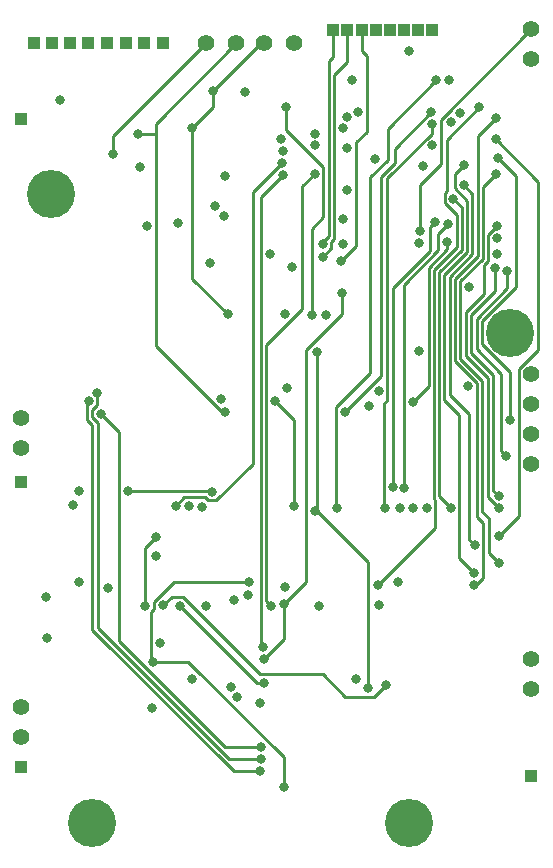
<source format=gbr>
G04 #@! TF.GenerationSoftware,KiCad,Pcbnew,5.0.2*
G04 #@! TF.CreationDate,2019-03-01T11:34:39+03:00*
G04 #@! TF.ProjectId,xmobile,786d6f62-696c-4652-9e6b-696361645f70,rev?*
G04 #@! TF.SameCoordinates,Original*
G04 #@! TF.FileFunction,Copper,L3,Inr*
G04 #@! TF.FilePolarity,Positive*
%FSLAX46Y46*%
G04 Gerber Fmt 4.6, Leading zero omitted, Abs format (unit mm)*
G04 Created by KiCad (PCBNEW 5.0.2) date Пт 01 мар 2019 11:34:39*
%MOMM*%
%LPD*%
G01*
G04 APERTURE LIST*
G04 #@! TA.AperFunction,ViaPad*
%ADD10C,1.400000*%
G04 #@! TD*
G04 #@! TA.AperFunction,ViaPad*
%ADD11C,4.064000*%
G04 #@! TD*
G04 #@! TA.AperFunction,ViaPad*
%ADD12R,1.000000X1.000000*%
G04 #@! TD*
G04 #@! TA.AperFunction,ViaPad*
%ADD13C,0.800000*%
G04 #@! TD*
G04 #@! TA.AperFunction,Conductor*
%ADD14C,0.250000*%
G04 #@! TD*
G04 APERTURE END LIST*
D10*
G04 #@! TO.N,/audio/AUDIO_MICP*
G04 #@! TO.C,W3*
X166568000Y-71064100D03*
G04 #@! TO.N,/audio/AUDIO_MICN*
X169108000Y-71064100D03*
G04 #@! TD*
D11*
G04 #@! TO.N,N/C*
G04 #@! TO.C,h3*
X148590000Y-83820000D03*
G04 #@! TD*
G04 #@! TO.N,N/C*
G04 #@! TO.C,h4*
X187401000Y-95554800D03*
G04 #@! TD*
G04 #@! TO.N,N/C*
G04 #@! TO.C,h2*
X178905000Y-137109000D03*
G04 #@! TD*
G04 #@! TO.N,N/C*
G04 #@! TO.C,H1*
X152044000Y-137109000D03*
G04 #@! TD*
D10*
G04 #@! TO.N,GND*
G04 #@! TO.C,J2*
X189230000Y-72390000D03*
G04 #@! TO.N,Net-(J2-Pad2)*
X189230000Y-69850000D03*
G04 #@! TD*
D12*
G04 #@! TO.N,Net-(J3-Pad1)*
G04 #@! TO.C,J3*
X158026000Y-71064100D03*
G04 #@! TD*
D10*
G04 #@! TO.N,GND*
G04 #@! TO.C,W1*
X189230000Y-106680000D03*
G04 #@! TO.N,3.3V*
X189230000Y-104140000D03*
G04 #@! TD*
G04 #@! TO.N,/PDI_D*
G04 #@! TO.C,W2*
X189230000Y-99060000D03*
G04 #@! TO.N,/PDI_C*
X189230000Y-101600000D03*
G04 #@! TD*
G04 #@! TO.N,/audio/AUDIO_SPKN*
G04 #@! TO.C,W4*
X161701000Y-71064100D03*
G04 #@! TO.N,/audio/AUDIO_SPKP*
X164241000Y-71064100D03*
G04 #@! TD*
D12*
G04 #@! TO.N,Net-(C21-Pad1)*
G04 #@! TO.C,W5*
X189230000Y-133119000D03*
G04 #@! TD*
G04 #@! TO.N,Net-(C22-Pad1)*
G04 #@! TO.C,W6*
X146050000Y-132326000D03*
G04 #@! TD*
D10*
G04 #@! TO.N,GND*
G04 #@! TO.C,W7*
X189230000Y-123190000D03*
G04 #@! TO.N,Net-(C23-Pad2)*
X189230000Y-125730000D03*
G04 #@! TD*
G04 #@! TO.N,Net-(C24-Pad2)*
G04 #@! TO.C,W8*
X146050000Y-129830000D03*
G04 #@! TO.N,GND*
X146050000Y-127290000D03*
G04 #@! TD*
D12*
G04 #@! TO.N,/GSM_RTS*
G04 #@! TO.C,W9*
X156461000Y-71064100D03*
G04 #@! TD*
G04 #@! TO.N,/GSM_DTR*
G04 #@! TO.C,W10*
X151722000Y-71064100D03*
G04 #@! TD*
G04 #@! TO.N,/GSM_CTS*
G04 #@! TO.C,W11*
X154879000Y-71064100D03*
G04 #@! TD*
G04 #@! TO.N,/GSM_DCD*
G04 #@! TO.C,W12*
X153294000Y-71064100D03*
G04 #@! TD*
G04 #@! TO.N,/GSM_RI*
G04 #@! TO.C,W13*
X150193000Y-71064100D03*
G04 #@! TD*
G04 #@! TO.N,Net-(U8-Pad20)*
G04 #@! TO.C,W14*
X146050000Y-108232000D03*
G04 #@! TD*
G04 #@! TO.N,/GSM_TXD*
G04 #@! TO.C,W15*
X148659000Y-71064100D03*
G04 #@! TD*
G04 #@! TO.N,/GSM_RXD*
G04 #@! TO.C,W16*
X147132000Y-71064100D03*
G04 #@! TD*
D10*
G04 #@! TO.N,GND*
G04 #@! TO.C,W17*
X146050000Y-105334000D03*
G04 #@! TO.N,Net-(U8-Pad28)*
X146050000Y-102794000D03*
G04 #@! TD*
D12*
G04 #@! TO.N,Net-(U8-Pad32)*
G04 #@! TO.C,W18*
X146050000Y-77470000D03*
G04 #@! TD*
G04 #@! TO.N,3.3V*
G04 #@! TO.C,J5*
X180850000Y-69950000D03*
G04 #@! TD*
G04 #@! TO.N,GND*
G04 #@! TO.C,J6*
X179650000Y-69950000D03*
G04 #@! TD*
G04 #@! TO.N,/EPD_DIN*
G04 #@! TO.C,J7*
X178450000Y-69950000D03*
G04 #@! TD*
G04 #@! TO.N,/EPD_CLK*
G04 #@! TO.C,J8*
X177250000Y-69950000D03*
G04 #@! TD*
G04 #@! TO.N,/EPD_CS*
G04 #@! TO.C,J9*
X176050000Y-69950000D03*
G04 #@! TD*
G04 #@! TO.N,/EPD_DC*
G04 #@! TO.C,J10*
X174850000Y-69950000D03*
G04 #@! TD*
G04 #@! TO.N,/EPD_RST*
G04 #@! TO.C,J11*
X173650000Y-69950000D03*
G04 #@! TD*
G04 #@! TO.N,/EPD_BUSY*
G04 #@! TO.C,J12*
X172450000Y-69950000D03*
G04 #@! TD*
D13*
G04 #@! TO.N,3.3V*
X183969600Y-91740100D03*
G04 #@! TO.N,GND*
X168330300Y-117068500D03*
X186352400Y-88899200D03*
X174046900Y-74147200D03*
X156691900Y-86522700D03*
X178897000Y-71750300D03*
G04 #@! TO.N,/audio/AUDIO_SPKP*
X155960900Y-78729900D03*
X163261000Y-102294700D03*
G04 #@! TO.N,/audio/AUDIO_SPKN*
X162942800Y-101144200D03*
X153829700Y-80475100D03*
G04 #@! TO.N,/audio/AUDIO_MICP*
X163523400Y-94027300D03*
X162280900Y-75120200D03*
X160527300Y-78203600D03*
G04 #@! TO.N,/audio/AUDIO_MICN*
X164938400Y-75186200D03*
G04 #@! TO.N,Net-(C32-Pad1)*
X173627800Y-83514500D03*
X162165300Y-109045300D03*
X155034200Y-108976000D03*
G04 #@! TO.N,Net-(C33-Pad1)*
X173591300Y-79965700D03*
X161353900Y-110301300D03*
G04 #@! TO.N,/xmobile_GSM/USB_VBUS*
X152745700Y-102434300D03*
X166308000Y-130619100D03*
G04 #@! TO.N,Net-(D18-Pad3)*
X150379700Y-110137200D03*
X159143500Y-110208700D03*
X168087600Y-81229600D03*
G04 #@! TO.N,Net-(D18-Pad4)*
X173244500Y-85911100D03*
X160261700Y-110240000D03*
X150951900Y-108973300D03*
G04 #@! TO.N,Net-(D19-Pad1)*
X156052600Y-81518800D03*
X149338300Y-75890100D03*
G04 #@! TO.N,/microSD_DO*
X148211100Y-121438600D03*
X173583900Y-77265300D03*
G04 #@! TO.N,/microSD_SCLK*
X153342300Y-117163400D03*
X174584300Y-76915000D03*
G04 #@! TO.N,/microSD_DI*
X148126600Y-117987300D03*
X173260900Y-78265700D03*
G04 #@! TO.N,/microSD_CS*
X150937000Y-116670900D03*
X175992800Y-80896100D03*
G04 #@! TO.N,Net-(J2-Pad2)*
X179793900Y-86980500D03*
G04 #@! TO.N,Net-(J3-Pad1)*
X168050200Y-79153600D03*
G04 #@! TO.N,/EPD_BUSY*
X171561600Y-88052600D03*
G04 #@! TO.N,/EPD_RST*
X171564400Y-89134600D03*
G04 #@! TO.N,/EPD_DC*
X173120100Y-89520700D03*
G04 #@! TO.N,/EPD_CS*
X168166700Y-80154100D03*
G04 #@! TO.N,/EPD_CLK*
X170880200Y-79711100D03*
G04 #@! TO.N,/EPD_DIN*
X170905700Y-78710400D03*
G04 #@! TO.N,/xmobile_GSM/PWRKEY*
X163190600Y-85700300D03*
X159309900Y-86323700D03*
G04 #@! TO.N,/PDI_C*
X173237500Y-88065900D03*
X183819700Y-100040600D03*
G04 #@! TO.N,/xmobile_keyboard/LED1*
X166624700Y-125194800D03*
X159456000Y-118667500D03*
G04 #@! TO.N,/xmobile_keyboard/LED2*
X176874400Y-125370000D03*
X158045700Y-118658200D03*
G04 #@! TO.N,/xmobile_keyboard/LED3*
X171238200Y-118687600D03*
X157772700Y-121810800D03*
G04 #@! TO.N,/xmobile_keyboard/LED4*
X174341800Y-124912100D03*
X160493200Y-124897500D03*
G04 #@! TO.N,/KBD_SDA*
X170872600Y-82144100D03*
X167201100Y-118669300D03*
G04 #@! TO.N,/KBD_SCL*
X168188100Y-82247600D03*
X166521600Y-122189400D03*
G04 #@! TO.N,/KBD_INT*
X173204500Y-92211100D03*
X166551700Y-123214600D03*
X168299000Y-118568200D03*
G04 #@! TO.N,/GSM_RTS*
X167112200Y-88930500D03*
G04 #@! TO.N,/GSM_DTR*
X171864500Y-94040200D03*
G04 #@! TO.N,/GSM_CTS*
X168343300Y-94021000D03*
G04 #@! TO.N,/GSM_DCD*
X170636900Y-94028900D03*
X168454600Y-76435800D03*
G04 #@! TO.N,/GSM_RI*
X168548600Y-100262300D03*
G04 #@! TO.N,/GSM_TXD*
X163296700Y-82282200D03*
G04 #@! TO.N,/GSM_RXD*
X162416900Y-84871900D03*
G04 #@! TO.N,/xmobile_keyboard/R0*
X157103900Y-127385500D03*
X166261100Y-126905600D03*
G04 #@! TO.N,/xmobile_keyboard/C0*
X165270600Y-117808300D03*
G04 #@! TO.N,/xmobile_keyboard/R1*
X157420800Y-114435600D03*
X163769500Y-125579300D03*
G04 #@! TO.N,/xmobile_keyboard/R2*
X176288800Y-118646200D03*
X164314300Y-126452800D03*
G04 #@! TO.N,/xmobile_keyboard/R3*
X157426700Y-112897100D03*
X156519300Y-118686600D03*
G04 #@! TO.N,/xmobile_keyboard/R4*
X171042600Y-97207100D03*
X175417700Y-125644400D03*
X161699600Y-118686500D03*
X170900200Y-110624900D03*
G04 #@! TO.N,/xmobile_keyboard/C1*
X177958800Y-116664900D03*
X164009700Y-118228500D03*
G04 #@! TO.N,/xmobile_keyboard/C2*
X165308800Y-116692800D03*
X168263100Y-134000800D03*
X157156000Y-123423300D03*
G04 #@! TO.N,/xmobile_keyboard/C3*
X167509900Y-101333100D03*
X169116400Y-110233500D03*
G04 #@! TO.N,/OE*
X175512900Y-101799200D03*
X180819900Y-79710400D03*
G04 #@! TO.N,/CE2*
X180050400Y-81488700D03*
X176295900Y-100483400D03*
G04 #@! TO.N,/CE1*
X187404600Y-102985600D03*
X186396600Y-80749700D03*
G04 #@! TO.N,/D4*
X178480600Y-108749500D03*
X182123800Y-86364200D03*
G04 #@! TO.N,/D1*
X187091800Y-105988700D03*
X187173200Y-90309000D03*
G04 #@! TO.N,/A17*
X186469300Y-115104700D03*
X186205800Y-82163300D03*
G04 #@! TO.N,/D5*
X177479500Y-108661100D03*
X181086500Y-86217700D03*
G04 #@! TO.N,/D2*
X186468600Y-109418300D03*
X186139700Y-90132200D03*
G04 #@! TO.N,/A16*
X184408400Y-115956000D03*
X183479400Y-81377900D03*
G04 #@! TO.N,/D6*
X179680700Y-97144000D03*
X186345900Y-87585400D03*
G04 #@! TO.N,/D3*
X186468600Y-110437400D03*
X186327500Y-86572600D03*
G04 #@! TO.N,/A14*
X176264600Y-116936300D03*
X184817800Y-76459100D03*
G04 #@! TO.N,/A15*
X184409100Y-116961300D03*
X186200200Y-77429600D03*
G04 #@! TO.N,/D7*
X179194200Y-101442500D03*
X182098100Y-87872200D03*
G04 #@! TO.N,/A12*
X179206600Y-110430000D03*
X182410800Y-77753300D03*
G04 #@! TO.N,/A13*
X180347600Y-110423200D03*
X183190000Y-76958000D03*
G04 #@! TO.N,/WE*
X186196500Y-79210400D03*
X186480500Y-112756000D03*
G04 #@! TO.N,/A18*
X182412100Y-110397700D03*
X182609600Y-84236200D03*
G04 #@! TO.N,/A8*
X173439800Y-102308400D03*
X180743600Y-76899400D03*
G04 #@! TO.N,/A9*
X172806200Y-110413800D03*
X181190000Y-74202900D03*
G04 #@! TO.N,/A10*
X176870500Y-110431500D03*
X180785700Y-77899800D03*
G04 #@! TO.N,/A11*
X178100100Y-110412200D03*
X182248700Y-74196100D03*
G04 #@! TO.N,/A19*
X184420400Y-113556000D03*
X183491800Y-83048500D03*
G04 #@! TO.N,/PDI_D*
X179672400Y-87984500D03*
G04 #@! TO.N,/GSM_STATUS*
X168998800Y-89985500D03*
X162048400Y-89696000D03*
G04 #@! TO.N,/xmobile_GSM/USB_DP*
X151753600Y-101372800D03*
X166288100Y-132718000D03*
G04 #@! TO.N,/xmobile_GSM/USB_DN*
X152483200Y-100683700D03*
X166307300Y-131650000D03*
G04 #@! TD*
D14*
G04 #@! TO.N,/audio/AUDIO_SPKP*
X157438100Y-78729900D02*
X157438100Y-96665200D01*
X157438100Y-96665200D02*
X163067600Y-102294700D01*
X163067600Y-102294700D02*
X163261000Y-102294700D01*
X164241000Y-71064100D02*
X157438100Y-77867000D01*
X157438100Y-77867000D02*
X157438100Y-78729900D01*
X157438100Y-78729900D02*
X155960900Y-78729900D01*
G04 #@! TO.N,/audio/AUDIO_SPKN*
X161701000Y-71064100D02*
X153829700Y-78935400D01*
X153829700Y-78935400D02*
X153829700Y-80475100D01*
G04 #@! TO.N,/audio/AUDIO_MICP*
X162280900Y-75120200D02*
X162280900Y-76450000D01*
X162280900Y-76450000D02*
X160527300Y-78203600D01*
X166568000Y-71064100D02*
X166337000Y-71064100D01*
X166337000Y-71064100D02*
X162280900Y-75120200D01*
X160527300Y-78203600D02*
X160527300Y-91031200D01*
X160527300Y-91031200D02*
X163523400Y-94027300D01*
G04 #@! TO.N,Net-(C32-Pad1)*
X155034200Y-108976000D02*
X162096000Y-108976000D01*
X162096000Y-108976000D02*
X162165300Y-109045300D01*
G04 #@! TO.N,/xmobile_GSM/USB_VBUS*
X152745700Y-102434300D02*
X154308900Y-103997500D01*
X154308900Y-103997500D02*
X154308900Y-121648700D01*
X154308900Y-121648700D02*
X163279200Y-130619000D01*
X163279200Y-130619000D02*
X166308000Y-130619000D01*
X166308000Y-130619000D02*
X166308000Y-130619100D01*
G04 #@! TO.N,Net-(D18-Pad3)*
X159143500Y-110208700D02*
X159844600Y-109507600D01*
X159844600Y-109507600D02*
X161601900Y-109507600D01*
X161601900Y-109507600D02*
X161864900Y-109770600D01*
X161864900Y-109770600D02*
X162495000Y-109770600D01*
X162495000Y-109770600D02*
X165621000Y-106644600D01*
X165621000Y-106644600D02*
X165621000Y-83696200D01*
X165621000Y-83696200D02*
X168087600Y-81229600D01*
G04 #@! TO.N,Net-(J2-Pad2)*
X189230000Y-69850000D02*
X181546300Y-77533700D01*
X181546300Y-77533700D02*
X181546300Y-81315600D01*
X181546300Y-81315600D02*
X179793900Y-83068000D01*
X179793900Y-83068000D02*
X179793900Y-86980500D01*
G04 #@! TO.N,/EPD_BUSY*
X172061900Y-72585400D02*
X172061900Y-87379100D01*
X172061900Y-87379100D02*
X171561600Y-87879400D01*
X171561600Y-87879400D02*
X171561600Y-88052600D01*
X172450000Y-72197300D02*
X172450000Y-69950000D01*
X172061900Y-72585400D02*
X172450000Y-72197300D01*
G04 #@! TO.N,/EPD_RST*
X172519200Y-73766600D02*
X172519200Y-87626400D01*
X172519200Y-87626400D02*
X172287000Y-87858600D01*
X172287000Y-87858600D02*
X172287000Y-88412000D01*
X172287000Y-88412000D02*
X171564400Y-89134600D01*
X173650000Y-72635800D02*
X173650000Y-69950000D01*
X172519200Y-73766600D02*
X173650000Y-72635800D01*
G04 #@! TO.N,/EPD_DC*
X174897000Y-71750300D02*
X175309600Y-72162900D01*
X175309600Y-72162900D02*
X175309600Y-78562200D01*
X175309600Y-78562200D02*
X174407600Y-79464200D01*
X174407600Y-79464200D02*
X174407600Y-88233200D01*
X174407600Y-88233200D02*
X173120100Y-89520700D01*
X174850000Y-71703300D02*
X174850000Y-69950000D01*
X175309600Y-72162900D02*
X174850000Y-71703300D01*
G04 #@! TO.N,/xmobile_keyboard/LED1*
X159456000Y-118667500D02*
X165983300Y-125194800D01*
X165983300Y-125194800D02*
X166624700Y-125194800D01*
G04 #@! TO.N,/xmobile_keyboard/LED2*
X158045700Y-118658200D02*
X158771100Y-117932800D01*
X158771100Y-117932800D02*
X159748700Y-117932800D01*
X159748700Y-117932800D02*
X166285300Y-124469400D01*
X166285300Y-124469400D02*
X171566700Y-124469400D01*
X171566700Y-124469400D02*
X173474400Y-126377100D01*
X173474400Y-126377100D02*
X175867300Y-126377100D01*
X175867300Y-126377100D02*
X176874400Y-125370000D01*
G04 #@! TO.N,/KBD_SDA*
X170872600Y-82144100D02*
X169843600Y-83173100D01*
X169843600Y-83173100D02*
X169843600Y-93560500D01*
X169843600Y-93560500D02*
X166784600Y-96619500D01*
X166784600Y-96619500D02*
X166784600Y-118252800D01*
X166784600Y-118252800D02*
X167201100Y-118669300D01*
G04 #@! TO.N,/KBD_SCL*
X168188100Y-82247600D02*
X166334300Y-84101400D01*
X166334300Y-84101400D02*
X166334300Y-122002100D01*
X166334300Y-122002100D02*
X166521600Y-122189400D01*
G04 #@! TO.N,/KBD_INT*
X173204500Y-92211100D02*
X173204500Y-94019500D01*
X173204500Y-94019500D02*
X170168900Y-97055100D01*
X170168900Y-97055100D02*
X170168900Y-116698300D01*
X170168900Y-116698300D02*
X168299000Y-118568200D01*
X166551700Y-123214600D02*
X168299000Y-121467300D01*
X168299000Y-121467300D02*
X168299000Y-118568200D01*
G04 #@! TO.N,/GSM_DCD*
X168454600Y-76435800D02*
X168454600Y-78405900D01*
X168454600Y-78405900D02*
X171611600Y-81562900D01*
X171611600Y-81562900D02*
X171611600Y-85786600D01*
X171611600Y-85786600D02*
X170636900Y-86761300D01*
X170636900Y-86761300D02*
X170636900Y-94028900D01*
G04 #@! TO.N,/xmobile_keyboard/R3*
X156519300Y-118686600D02*
X156519300Y-113804500D01*
X156519300Y-113804500D02*
X157426700Y-112897100D01*
G04 #@! TO.N,/xmobile_keyboard/R4*
X171042600Y-110624900D02*
X170900200Y-110624900D01*
X175417700Y-125644400D02*
X175417700Y-115000000D01*
X175417700Y-115000000D02*
X171042600Y-110624900D01*
X171042600Y-110624900D02*
X171042600Y-97207100D01*
G04 #@! TO.N,/xmobile_keyboard/C2*
X157156000Y-123423300D02*
X157044600Y-123311900D01*
X157044600Y-123311900D02*
X157044600Y-119187100D01*
X157044600Y-119187100D02*
X157255800Y-118975900D01*
X157255800Y-118975900D02*
X157255800Y-118379300D01*
X157255800Y-118379300D02*
X158942300Y-116692800D01*
X158942300Y-116692800D02*
X165308800Y-116692800D01*
X168263100Y-134000800D02*
X168263100Y-131522200D01*
X168263100Y-131522200D02*
X160164200Y-123423300D01*
X160164200Y-123423300D02*
X157156000Y-123423300D01*
G04 #@! TO.N,/xmobile_keyboard/C3*
X169116400Y-110233500D02*
X169116400Y-102939600D01*
X169116400Y-102939600D02*
X167509900Y-101333100D01*
G04 #@! TO.N,/CE1*
X187404600Y-102985600D02*
X187404600Y-98892200D01*
X187404600Y-98892200D02*
X185043600Y-96531200D01*
X185043600Y-96531200D02*
X185043600Y-94578300D01*
X185043600Y-94578300D02*
X187927400Y-91694500D01*
X187927400Y-91694500D02*
X187927400Y-82280500D01*
X187927400Y-82280500D02*
X186396600Y-80749700D01*
G04 #@! TO.N,/D4*
X182123800Y-86364200D02*
X181310100Y-87177900D01*
X181310100Y-87177900D02*
X181310100Y-88604600D01*
X181310100Y-88604600D02*
X178411700Y-91503000D01*
X178411700Y-91503000D02*
X178411700Y-108680600D01*
X178411700Y-108680600D02*
X178480600Y-108749500D01*
G04 #@! TO.N,/D1*
X187091800Y-105988700D02*
X186657600Y-105554500D01*
X186657600Y-105554500D02*
X186657600Y-99038700D01*
X186657600Y-99038700D02*
X184593200Y-96974300D01*
X184593200Y-96974300D02*
X184593200Y-94379300D01*
X184593200Y-94379300D02*
X187173200Y-91799300D01*
X187173200Y-91799300D02*
X187173200Y-90309000D01*
G04 #@! TO.N,/A17*
X186469300Y-115104700D02*
X185610000Y-114245400D01*
X185610000Y-114245400D02*
X185610000Y-111269200D01*
X185610000Y-111269200D02*
X185081500Y-110740700D01*
X185081500Y-110740700D02*
X185081500Y-99632000D01*
X185081500Y-99632000D02*
X183218800Y-97769300D01*
X183218800Y-97769300D02*
X183218800Y-91208300D01*
X183218800Y-91208300D02*
X185137600Y-89289500D01*
X185137600Y-89289500D02*
X185137600Y-83231500D01*
X185137600Y-83231500D02*
X186205800Y-82163300D01*
G04 #@! TO.N,/D5*
X177479500Y-108661100D02*
X177479500Y-91798300D01*
X177479500Y-91798300D02*
X180652900Y-88624900D01*
X180652900Y-88624900D02*
X180652900Y-86651300D01*
X180652900Y-86651300D02*
X181086500Y-86217700D01*
G04 #@! TO.N,/D2*
X186468600Y-109418300D02*
X185982100Y-108931800D01*
X185982100Y-108931800D02*
X185982100Y-99129400D01*
X185982100Y-99129400D02*
X184119500Y-97266800D01*
X184119500Y-97266800D02*
X184119500Y-94029700D01*
X184119500Y-94029700D02*
X186139700Y-92009500D01*
X186139700Y-92009500D02*
X186139700Y-90132200D01*
G04 #@! TO.N,/A16*
X184408400Y-115956000D02*
X183137400Y-114685000D01*
X183137400Y-114685000D02*
X183137400Y-102510400D01*
X183137400Y-102510400D02*
X181867900Y-101240900D01*
X181867900Y-101240900D02*
X181867900Y-90648500D01*
X181867900Y-90648500D02*
X183786700Y-88729700D01*
X183786700Y-88729700D02*
X183786700Y-84387400D01*
X183786700Y-84387400D02*
X182753800Y-83354500D01*
X182753800Y-83354500D02*
X182753800Y-82103500D01*
X182753800Y-82103500D02*
X183479400Y-81377900D01*
G04 #@! TO.N,/D3*
X186327500Y-86572600D02*
X185588000Y-87312100D01*
X185588000Y-87312100D02*
X185588000Y-89476000D01*
X185588000Y-89476000D02*
X185232200Y-89831800D01*
X185232200Y-89831800D02*
X185232200Y-92280100D01*
X185232200Y-92280100D02*
X183669100Y-93843200D01*
X183669100Y-93843200D02*
X183669100Y-97582700D01*
X183669100Y-97582700D02*
X185531800Y-99445400D01*
X185531800Y-99445400D02*
X185531800Y-109507200D01*
X185531800Y-109507200D02*
X186462000Y-110437400D01*
X186462000Y-110437400D02*
X186468600Y-110437400D01*
G04 #@! TO.N,/A14*
X184817800Y-76459100D02*
X182047600Y-79229300D01*
X182047600Y-79229300D02*
X182047600Y-83584000D01*
X182047600Y-83584000D02*
X181869300Y-83762300D01*
X181869300Y-83762300D02*
X181869300Y-84597400D01*
X181869300Y-84597400D02*
X182886000Y-85614100D01*
X182886000Y-85614100D02*
X182886000Y-88330700D01*
X182886000Y-88330700D02*
X180967100Y-90249600D01*
X180967100Y-90249600D02*
X180967100Y-109633200D01*
X180967100Y-109633200D02*
X181106600Y-109772700D01*
X181106600Y-109772700D02*
X181106600Y-112094300D01*
X181106600Y-112094300D02*
X176264600Y-116936300D01*
G04 #@! TO.N,/A15*
X184409100Y-116961300D02*
X184515900Y-116961300D01*
X184515900Y-116961300D02*
X185159600Y-116317600D01*
X185159600Y-116317600D02*
X185159600Y-111681000D01*
X185159600Y-111681000D02*
X184631100Y-111152500D01*
X184631100Y-111152500D02*
X184631100Y-99818500D01*
X184631100Y-99818500D02*
X182768500Y-97955900D01*
X182768500Y-97955900D02*
X182768500Y-91021700D01*
X182768500Y-91021700D02*
X184687300Y-89102900D01*
X184687300Y-89102900D02*
X184687300Y-78942500D01*
X184687300Y-78942500D02*
X186200200Y-77429600D01*
G04 #@! TO.N,/D7*
X179194200Y-101442500D02*
X180516700Y-100120000D01*
X180516700Y-100120000D02*
X180516700Y-90063100D01*
X180516700Y-90063100D02*
X182098100Y-88481700D01*
X182098100Y-88481700D02*
X182098100Y-87872200D01*
G04 #@! TO.N,/WE*
X186196500Y-79210400D02*
X189758300Y-82772200D01*
X189758300Y-82772200D02*
X189758300Y-97010800D01*
X189758300Y-97010800D02*
X188159700Y-98609400D01*
X188159700Y-98609400D02*
X188159700Y-111076800D01*
X188159700Y-111076800D02*
X186480500Y-112756000D01*
G04 #@! TO.N,/A18*
X182412100Y-110397700D02*
X181417600Y-109403200D01*
X181417600Y-109403200D02*
X181417600Y-90461900D01*
X181417600Y-90461900D02*
X183336400Y-88543100D01*
X183336400Y-88543100D02*
X183336400Y-84963000D01*
X183336400Y-84963000D02*
X182609600Y-84236200D01*
G04 #@! TO.N,/A8*
X173439800Y-102308400D02*
X176471400Y-99276800D01*
X176471400Y-99276800D02*
X176471400Y-82387300D01*
X176471400Y-82387300D02*
X177665900Y-81192800D01*
X177665900Y-81192800D02*
X177665900Y-79977100D01*
X177665900Y-79977100D02*
X180743600Y-76899400D01*
G04 #@! TO.N,/A9*
X172806200Y-110413800D02*
X172685500Y-110293100D01*
X172685500Y-110293100D02*
X172685500Y-101855400D01*
X172685500Y-101855400D02*
X175570700Y-98970200D01*
X175570700Y-98970200D02*
X175570700Y-82412300D01*
X175570700Y-82412300D02*
X177056600Y-80926400D01*
X177056600Y-80926400D02*
X177056600Y-78336300D01*
X177056600Y-78336300D02*
X181190000Y-74202900D01*
G04 #@! TO.N,/A10*
X180785700Y-77899800D02*
X180785700Y-78709900D01*
X180785700Y-78709900D02*
X177021300Y-82474300D01*
X177021300Y-82474300D02*
X177021300Y-101305300D01*
X177021300Y-101305300D02*
X176731900Y-101594700D01*
X176731900Y-101594700D02*
X176731900Y-110292900D01*
X176731900Y-110292900D02*
X176870500Y-110431500D01*
G04 #@! TO.N,/A19*
X184420400Y-113556000D02*
X183955800Y-113091400D01*
X183955800Y-113091400D02*
X183955800Y-102463800D01*
X183955800Y-102463800D02*
X182318200Y-100826200D01*
X182318200Y-100826200D02*
X182318200Y-90835100D01*
X182318200Y-90835100D02*
X184237000Y-88916300D01*
X184237000Y-88916300D02*
X184237000Y-83793700D01*
X184237000Y-83793700D02*
X183491800Y-83048500D01*
G04 #@! TO.N,/xmobile_GSM/USB_DP*
X166288100Y-132718000D02*
X164024400Y-132718000D01*
X164024400Y-132718000D02*
X152062800Y-120756400D01*
X152062800Y-120756400D02*
X152062800Y-103414000D01*
X152062800Y-103414000D02*
X151570100Y-102921300D01*
X151570100Y-102921300D02*
X151570100Y-101556300D01*
X151570100Y-101556300D02*
X151753600Y-101372800D01*
G04 #@! TO.N,/xmobile_GSM/USB_DN*
X166307300Y-131650000D02*
X163607400Y-131650000D01*
X163607400Y-131650000D02*
X152513100Y-120555700D01*
X152513100Y-120555700D02*
X152513100Y-103227400D01*
X152513100Y-103227400D02*
X152020400Y-102734700D01*
X152020400Y-102734700D02*
X152020400Y-102133900D01*
X152020400Y-102133900D02*
X152483200Y-101671100D01*
X152483200Y-101671100D02*
X152483200Y-100683700D01*
G04 #@! TD*
M02*

</source>
